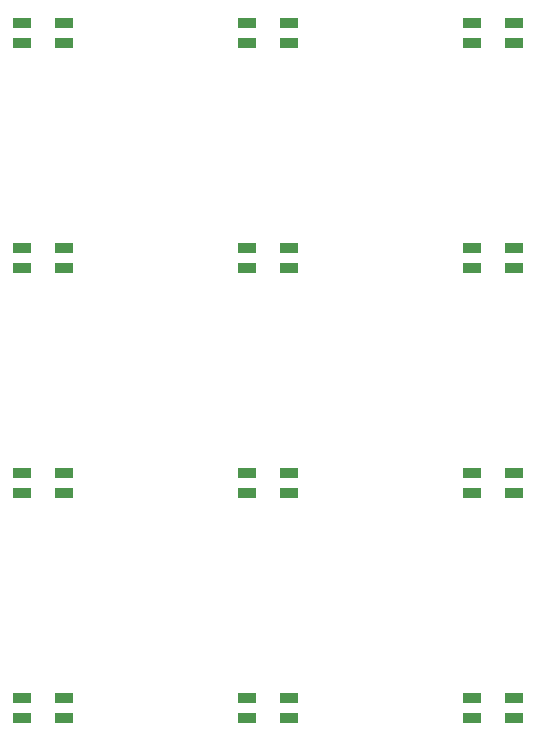
<source format=gtp>
%TF.GenerationSoftware,KiCad,Pcbnew,(6.0.1)*%
%TF.CreationDate,2022-02-13T15:50:39-08:00*%
%TF.ProjectId,keymani,6b65796d-616e-4692-9e6b-696361645f70,-*%
%TF.SameCoordinates,Original*%
%TF.FileFunction,Paste,Top*%
%TF.FilePolarity,Positive*%
%FSLAX46Y46*%
G04 Gerber Fmt 4.6, Leading zero omitted, Abs format (unit mm)*
G04 Created by KiCad (PCBNEW (6.0.1)) date 2022-02-13 15:50:39*
%MOMM*%
%LPD*%
G01*
G04 APERTURE LIST*
%ADD10R,1.600000X0.850000*%
G04 APERTURE END LIST*
D10*
%TO.C,D19*%
X132200000Y-93400000D03*
X132200000Y-95150000D03*
X135700000Y-95150000D03*
X135700000Y-93400000D03*
%TD*%
%TO.C,D23*%
X151250000Y-74350000D03*
X151250000Y-76100000D03*
X154750000Y-76100000D03*
X154750000Y-74350000D03*
%TD*%
%TO.C,D17*%
X151250000Y-112450000D03*
X151250000Y-114200000D03*
X154750000Y-114200000D03*
X154750000Y-112450000D03*
%TD*%
%TO.C,D18*%
X170300000Y-112450000D03*
X170300000Y-114200000D03*
X173800000Y-114200000D03*
X173800000Y-112450000D03*
%TD*%
%TO.C,D15*%
X170300000Y-131500000D03*
X170300000Y-133250000D03*
X173800000Y-133250000D03*
X173800000Y-131500000D03*
%TD*%
%TO.C,D16*%
X132200000Y-112450000D03*
X132200000Y-114200000D03*
X135700000Y-114200000D03*
X135700000Y-112450000D03*
%TD*%
%TO.C,D13*%
X132200000Y-131500000D03*
X132200000Y-133250000D03*
X135700000Y-133250000D03*
X135700000Y-131500000D03*
%TD*%
%TO.C,D24*%
X170300000Y-74350000D03*
X170300000Y-76100000D03*
X173800000Y-76100000D03*
X173800000Y-74350000D03*
%TD*%
%TO.C,D22*%
X132200000Y-74350000D03*
X132200000Y-76100000D03*
X135700000Y-76100000D03*
X135700000Y-74350000D03*
%TD*%
%TO.C,D20*%
X151250000Y-93400000D03*
X151250000Y-95150000D03*
X154750000Y-95150000D03*
X154750000Y-93400000D03*
%TD*%
%TO.C,D21*%
X170300000Y-93400000D03*
X170300000Y-95150000D03*
X173800000Y-95150000D03*
X173800000Y-93400000D03*
%TD*%
%TO.C,D14*%
X151250000Y-131500000D03*
X151250000Y-133250000D03*
X154750000Y-133250000D03*
X154750000Y-131500000D03*
%TD*%
M02*

</source>
